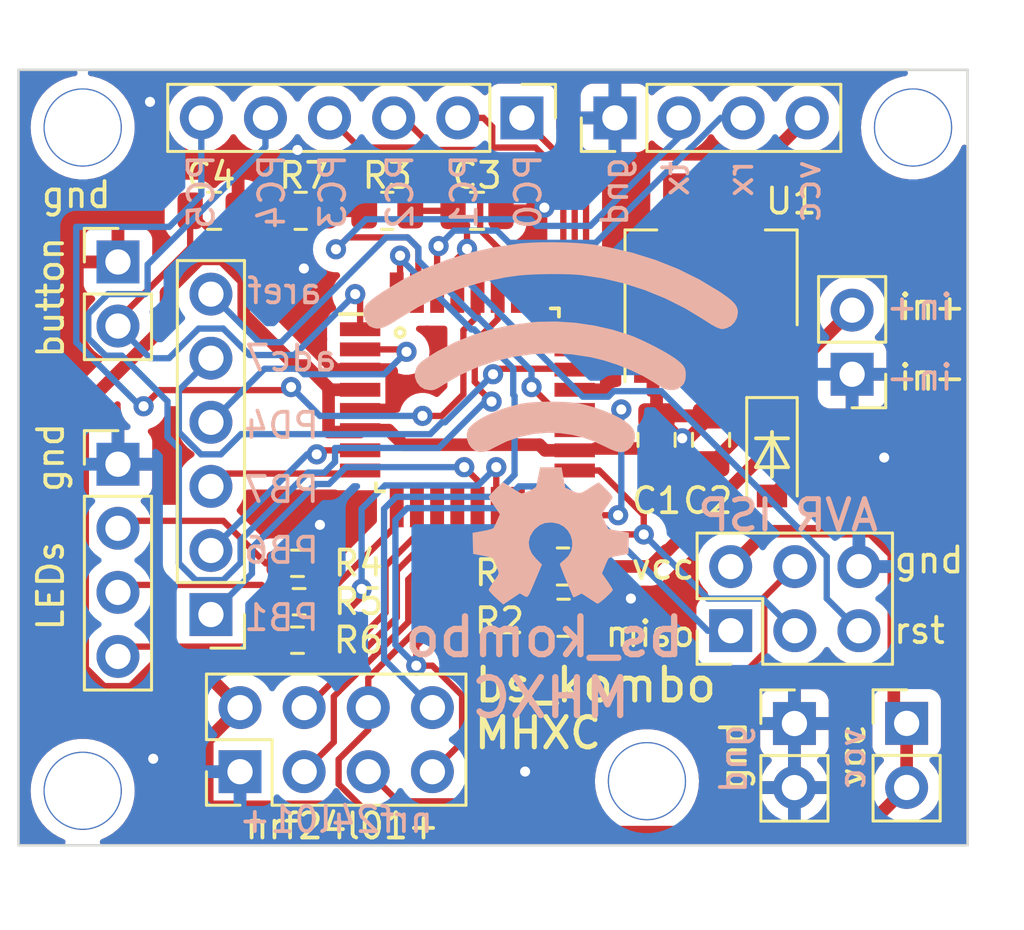
<source format=kicad_pcb>
(kicad_pcb (version 20221018) (generator pcbnew)
  (layers (0 "F.Cu" signal) (31 "B.Cu" signal) (34 "B.Paste" user) (35 "F.Paste" user) (36 "B.SilkS" user "B.Silkscreen") (37 "F.SilkS" user "F.Silkscreen") (38 "B.Mask" user) (39 "F.Mask" user) (44 "Edge.Cuts" user))
  (net 0 "")
  (net 1 "GND")
  (net 2 "Net-(J2-Pad1)")
  (net 3 "+3V3")
  (net 4 "Net-(C3-Pad1)")
  (net 5 "Net-(J2-Pad5)")
  (net 6 "Net-(D1-Pad1)")
  (net 7 "Net-(D1-Pad2)")
  (net 8 "Net-(J2-Pad2)")
  (net 9 "Net-(J2-Pad3)")
  (net 10 "Net-(J2-Pad6)")
  (net 11 "Net-(J3-Pad3)")
  (net 12 "Net-(J4-Pad2)")
  (net 13 "Net-(J4-Pad3)")
  (net 14 "Net-(J3-Pad1)")
  (net 15 "Net-(J3-Pad4)")
  (net 16 "Net-(J4-Pad1)")
  (net 17 "Net-(J4-Pad4)")
  (net 18 "Net-(J4-Pad5)")
  (net 19 "Net-(J4-Pad6)")
  (net 20 "Net-(J5-Pad2)")
  (net 21 "Net-(J5-Pad3)")
  (net 22 "Net-(J6-Pad2)")
  (net 23 "Net-(J2-Pad4)")
  (net 24 "Net-(J6-Pad3)")
  (net 25 "Net-(J6-Pad4)")
  (net 26 "Net-(C4-Pad1)")
  (net 27 "Net-(R1-Pad2)")
  (net 28 "Net-(R4-Pad2)")
  (net 29 "Net-(R5-Pad2)")
  (net 30 "Net-(R6-Pad2)")
  (net 31 "Net-(U2-Pad11)")
  (net 32 "Net-(U2-Pad12)")
  (net 33 "Net-(U2-Pad32)")
  (footprint "Capacitor_SMD:C_0805_2012Metric" (layer "F.Cu") (at 64.389 54.102)
    (fp_text reference "C4")
    (fp_text value "100n")
  )
  (footprint "Connector_PinHeader_2.54mm:PinHeader_1x02_P2.54mm_Vertical" (layer "F.Cu") (at 60.579 56.129)
    (fp_text reference "J7" hide)
    (fp_text value "Conn_01x02")
  )
  (footprint "Connector_PinHeader_2.54mm:PinHeader_1x02_P2.54mm_Vertical" (layer "F.Cu") (at 87.376 74.422)
    (fp_text reference "J8" hide)
    (fp_text value "Conn_01x02")
  )
  (footprint "Connector_PinHeader_2.54mm:PinHeader_2x04_P2.54mm_Vertical" (layer "F.Cu") (at 65.415 76.332 90)
    (fp_text reference "U3" hide)
    (fp_text value "NRF24L01_Breakout")
  )
  (footprint "Resistor_SMD:R_0805_2012Metric" (layer "F.Cu") (at 78.232 70.231)
    (fp_text reference "R2")
    (fp_text value "4,7k")
  )
  (footprint "Connector_PinHeader_2.54mm:PinHeader_1x02_P2.54mm_Vertical" (layer "F.Cu") (at 91.821 74.417)
    (fp_text reference "J9" hide)
    (fp_text value "Conn_01x02")
  )
  (footprint "Connector_PinHeader_2.54mm:PinHeader_1x06_P2.54mm_Vertical" (layer "F.Cu") (at 76.581 50.419 -90)
    (fp_text reference "J4" hide)
    (fp_text value "Conn_01x06")
  )
  (footprint "Diode_SMD:D_SOD-123" (layer "F.Cu") (at 86.487 63.754 -90)
    (fp_text reference "D1" hide)
    (fp_text value "1N4148W")
  )
  (footprint "Connector_PinHeader_2.54mm:PinHeader_1x06_P2.54mm_Vertical" (layer "F.Cu") (at 64.262 70.104 180)
    (fp_text reference "J2" hide)
    (fp_text value "Conn_01x06")
  )
  (footprint "Capacitor_SMD:C_0805_2012Metric" (layer "F.Cu") (at 81.915 63.18 90)
    (fp_text reference "C1")
    (fp_text value "100n")
  )
  (footprint "Capacitor_SMD:C_0805_2012Metric" (layer "F.Cu") (at 84.074 63.18 90)
    (fp_text reference "C2")
    (fp_text value "10u")
  )
  (footprint "Resistor_SMD:R_0603_1608Metric" (layer "F.Cu") (at 67.691 71.12)
    (fp_text reference "R6")
    (fp_text value "620")
  )
  (footprint "Connector_PinHeader_2.54mm:PinHeader_2x03_P2.54mm_Vertical" (layer "F.Cu") (at 84.851 70.744 90)
    (fp_text reference "J3" hide)
    (fp_text value "AVR-ISP-6")
  )
  (footprint "Capacitor_SMD:C_0805_2012Metric" (layer "F.Cu") (at 74.803 54.102)
    (fp_text reference "C3")
    (fp_text value "100n")
  )
  (footprint "Connector_PinHeader_2.54mm:PinHeader_1x04_P2.54mm_Vertical" (layer "F.Cu") (at 80.264 50.419 90)
    (fp_text reference "J5" hide)
    (fp_text value "Conn_01x04")
  )
  (footprint "Package_QFP:TQFP-32_7x7mm_P0.8mm" (layer "F.Cu") (at 74.422 61.595)
    (fp_text reference "U2" hide)
    (fp_text value "ATmega8A-A")
  )
  (footprint "Connector_PinHeader_2.54mm:PinHeader_1x04_P2.54mm_Vertical" (layer "F.Cu") (at 60.579 64.145)
    (fp_text reference "J6" hide)
    (fp_text value "Conn_01x04")
  )
  (footprint "Resistor_SMD:R_0603_1608Metric" (layer "F.Cu") (at 67.691 68.072)
    (fp_text reference "R4")
    (fp_text value "620")
  )
  (footprint "Resistor_SMD:R_0805_2012Metric" (layer "F.Cu") (at 78.2085 68.199 180)
    (fp_text reference "R1")
    (fp_text value "4,7k")
  )
  (footprint "Resistor_SMD:R_0603_1608Metric" (layer "F.Cu") (at 67.755 69.596)
    (fp_text reference "R5")
    (fp_text value "620")
  )
  (footprint "Resistor_SMD:R_0805_2012Metric" (layer "F.Cu") (at 67.818 54.102 180)
    (fp_text reference "R7")
    (fp_text value "10k")
  )
  (footprint "Resistor_SMD:R_0805_2012Metric" (layer "F.Cu") (at 71.247 54.102)
    (fp_text reference "R3")
    (fp_text value "10k")
  )
  (footprint "Connector_PinHeader_2.54mm:PinHeader_1x02_P2.54mm_Vertical" (layer "F.Cu") (at 89.662 60.579 180)
    (fp_text reference "J1" hide)
    (fp_text value "Conn_01x02")
  )
  (footprint "Package_TO_SOT_SMD:SOT-223-3_TabPin2" (layer "F.Cu") (at 84.074 56.769 90)
    (fp_text reference "U1")
    (fp_text value "AMS1117-3.3")
  )
  (footprint "LOGO" (layer "B.Cu") (at 77.724 62.484 180)
    (fp_text reference "G***" hide)
    (fp_text value "LOGO" hide)
  )
  (gr_line (start 87.122 64.262) (end 86.487 63.119) (stroke (width 0.15)) (layer "F.SilkS"))
  (gr_line (start 85.852 64.262) (end 86.487 63.119) (stroke (width 0.15)) (layer "F.SilkS"))
  (gr_line (start 85.852 63.119) (end 87.122 63.119) (stroke (width 0.15)) (layer "F.SilkS"))
  (gr_line (start 85.852 64.262) (end 87.122 64.262) (stroke (width 0.15)) (layer "F.SilkS"))
  (gr_line (start 86.487 62.865) (end 86.487 64.643) (stroke (width 0.15)) (layer "F.SilkS"))
  (gr_circle (center 71.755 58.928) (end 71.882 59.055) (stroke (width 0.15)) (fill none) (layer "F.SilkS"))
  (gr_line (start 94.234 79.248) (end 56.642 79.248) (stroke (width 0.1)) (layer "Edge.Cuts"))
  (gr_line (start 56.642 79.248) (end 56.642 48.514) (stroke (width 0.1)) (layer "Edge.Cuts"))
  (gr_line (start 56.642 48.514) (end 94.234 48.514) (stroke (width 0.1)) (layer "Edge.Cuts"))
  (gr_line (start 94.234 48.514) (end 94.234 79.248) (stroke (width 0.1)) (layer "Edge.Cuts"))
  (gr_text "PB7" (at 67.056 65.151) (layer "B.SilkS") (effects (font (size 1 1)) (justify mirror)))
  (gr_text "adc7" (at 67.437 59.944) (layer "B.SilkS") (effects (font (size 1 1)) (justify mirror)))
  (gr_text "AVR ISP" (at 87.122 66.167) (layer "B.SilkS") (effects (font (size 1.2 1.2) (thickness 0.2)) (justify mirror)))
  (gr_text "PC2" (at 71.755 53.34 90) (layer "B.SilkS") (effects (font (size 1 1)) (justify mirror)))
  (gr_text "MHXC" (at 77.724 73.406) (layer "B.SilkS") (effects (font (size 1.5 1.5) (thickness 0.25)) (justify mirror)))
  (gr_text "nrf24l01+" (at 69.215 78.232) (layer "B.SilkS") (effects (font (size 1 1)) (justify mirror)))
  (gr_text "in-" (at 92.329 60.706) (layer "B.SilkS") (effects (font (size 1 1)) (justify mirror)))
  (gr_text "aref" (at 67.183 57.277) (layer "B.SilkS") (effects (font (size 1 1)) (justify mirror)))
  (gr_text "vcc" (at 89.662 75.819 90) (layer "B.SilkS") (effects (font (size 1 1)) (justify mirror)))
  (gr_text "rx" (at 85.217 52.832 90) (layer "B.SilkS") (effects (font (size 1 1)) (justify mirror)))
  (gr_text "bs_kombo" (at 77.47 70.993) (layer "B.SilkS") (effects (font (size 1.5 1.5) (thickness 0.25)) (justify mirror)))
  (gr_text "PB1" (at 67.056 70.231) (layer "B.SilkS") (effects (font (size 1 1)) (justify mirror)))
  (gr_text "PC4" (at 66.675 53.34 90) (layer "B.SilkS") (effects (font (size 1 1)) (justify mirror)))
  (gr_text "PC3" (at 69.088 53.34 90) (layer "B.SilkS") (effects (font (size 1 1)) (justify mirror)))
  (gr_text "PD4" (at 67.056 62.611) (layer "B.SilkS") (effects (font (size 1 1)) (justify mirror)))
  (gr_text "PC5" (at 63.881 53.34 90) (layer "B.SilkS") (effects (font (size 1 1)) (justify mirror)))
  (gr_text "PC0" (at 76.835 53.34 90) (layer "B.SilkS") (effects (font (size 1 1)) (justify mirror)))
  (gr_text "in+" (at 92.329 57.912) (layer "B.SilkS") (effects (font (size 1 1)) (justify mirror)))
  (gr_text "PB6" (at 67.056 67.564) (layer "B.SilkS") (effects (font (size 1 1)) (justify mirror)))
  (gr_text "gnd" (at 80.264 53.34 90) (layer "B.SilkS") (effects (font (size 1 1)) (justify mirror)))
  (gr_text "gnd" (at 84.963 75.819 90) (layer "B.SilkS") (effects (font (size 1 1)) (justify mirror)))
  (gr_text "tx" (at 82.677 52.832 90) (layer "B.SilkS") (effects (font (size 1 1)) (justify mirror)))
  (gr_text "vcc" (at 87.884 53.34 90) (layer "B.SilkS") (effects (font (size 1 1)) (justify mirror)))
  (gr_text "PC1" (at 74.295 53.34 90) (layer "B.SilkS") (effects (font (size 1 1)) (justify mirror)))
  (gr_text "in-" (at 92.837 60.706) (layer "F.SilkS") (effects (font (size 1 1))))
  (gr_text "rst" (at 92.329 70.739) (layer "F.SilkS") (effects (font (size 1 1))))
  (gr_text "MHXC" (at 77.216 74.803) (layer "F.SilkS") (effects (font (size 1.2 1.2) (thickness 0.2))))
  (gr_text "gnd" (at 57.912 63.881 90) (layer "F.SilkS") (effects (font (size 1 1))))
  (gr_text "miso" (at 81.661 70.866) (layer "F.SilkS") (effects (font (size 1 1))))
  (gr_text "gnd" (at 58.928 53.467) (layer "F.SilkS") (effects (font (size 1 1))))
  (gr_text "vcc" (at 82.169 68.199) (layer "F.SilkS") (effects (font (size 1 1))))
  (gr_text "in+" (at 92.837 57.912) (layer "F.SilkS") (effects (font (size 1 1))))
  (gr_text "button" (at 57.912 57.531 90) (layer "F.SilkS") (effects (font (size 1 1))))
  (gr_text "bs_kombo" (at 79.502 72.898) (layer "F.SilkS") (effects (font (size 1.3 1.3) (thickness 0.2))))
  (gr_text "vcc" (at 89.662 75.692 90) (layer "F.SilkS") (effects (font (size 1 1))))
  (gr_text "nrf24l01+" (at 69.469 78.486) (layer "F.SilkS") (effects (font (size 1 1))))
  (gr_text "LEDs" (at 57.912 68.961 90) (layer "F.SilkS") (effects (font (size 1 1))))
  (gr_text "gnd" (at 84.963 75.692 90) (layer "F.SilkS") (effects (font (size 1 1))))
  (gr_text "gnd" (at 92.71 67.945) (layer "F.SilkS") (effects (font (size 1 1))))
  (via (at 59.182 50.8) (size 3.1) (drill 3) (layers "F.Cu" "B.Cu") (net 0))
  (via (at 59.182 77.089) (size 3.1) (drill 3) (layers "F.Cu" "B.Cu") (net 0))
  (via (at 81.534 76.708) (size 3.1) (drill 3) (layers "F.Cu" "B.Cu") (net 0))
  (via (at 92.075 50.8) (size 3.1) (drill 3) (layers "F.Cu" "B.Cu") (net 0))
  (segment (start 79.847 61.195) (end 79.922 61.12) (width 0.5) (layer "F.Cu") (net 1))
  (segment (start 79.922 60.667) (end 80.67 59.919) (width 0.5) (layer "F.Cu") (net 1))
  (segment (start 69.18695 60.395) (end 67.945 59.15305) (width 0.5) (layer "F.Cu") (net 1))
  (segment (start 70.172 60.395) (end 69.18695 60.395) (width 0.5) (layer "F.Cu") (net 1))
  (segment (start 82.931 63.119) (end 82.804 63.119) (width 0.5) (layer "F.Cu") (net 1))
  (segment (start 71.422 60.47) (end 71.347 60.395) (width 0.5) (layer "F.Cu") (net 1))
  (segment (start 82.804 63.119) (end 81.915 62.23) (width 0.5) (layer "F.Cu") (net 1))
  (segment (start 80.67 59.919) (end 81.774 59.919) (width 0.5) (layer "F.Cu") (net 1))
  (segment (start 77.343 54.102) (end 77.47 53.975) (width 0.5) (layer "F.Cu") (net 1))
  (segment (start 82.931 63.119) (end 83.185 63.119) (width 0.5) (layer "F.Cu") (net 1))
  (segment (start 71.347 60.395) (end 70.172 60.395) (width 0.5) (layer "F.Cu") (net 1))
  (segment (start 75.753 54.102) (end 77.343 54.102) (width 0.5) (layer "F.Cu") (net 1))
  (segment (start 79.922 61.12) (end 79.922 60.667) (width 0.5) (layer "F.Cu") (net 1))
  (segment (start 70.172 61.995) (end 71.347 61.995) (width 0.5) (layer "F.Cu") (net 1))
  (segment (start 67.945 59.15305) (end 67.945 56.388) (width 0.5) (layer "F.Cu") (net 1))
  (segment (start 78.672 61.195) (end 79.847 61.195) (width 0.5) (layer "F.Cu") (net 1))
  (segment (start 83.185 63.119) (end 84.074 62.23) (width 0.5) (layer "F.Cu") (net 1))
  (segment (start 71.347 61.995) (end 71.422 61.92) (width 0.5) (layer "F.Cu") (net 1))
  (segment (start 81.915 62.23) (end 84.074 62.23) (width 0.5) (layer "F.Cu") (net 1))
  (segment (start 71.422 61.92) (end 71.422 60.47) (width 0.5) (layer "F.Cu") (net 1))
  (via (at 77.47 53.975) (size 0.8) (drill 0.4) (layers "F.Cu" "B.Cu") (net 1))
  (via (at 61.849 49.784) (size 0.8) (drill 0.4) (layers "F.Cu" "B.Cu") (net 1))
  (via (at 68.58 66.548) (size 0.8) (drill 0.4) (layers "F.Cu" "B.Cu") (net 1))
  (via (at 80.899 69.469) (size 0.8) (drill 0.4) (layers "F.Cu" "B.Cu") (net 1))
  (via (at 61.976 75.819) (size 0.8) (drill 0.4) (layers "F.Cu" "B.Cu") (net 1))
  (via (at 76.708 76.327) (size 0.8) (drill 0.4) (layers "F.Cu" "B.Cu") (net 1))
  (via (at 82.931 63.119) (size 0.8) (drill 0.4) (layers "F.Cu" "B.Cu") (net 1))
  (via (at 90.932 63.881) (size 0.8) (drill 0.4) (layers "F.Cu" "B.Cu") (net 1))
  (via (at 67.691 51.689) (size 0.8) (drill 0.4) (layers "F.Cu" "B.Cu") (net 1))
  (via (at 67.945 56.388) (size 0.8) (drill 0.4) (layers "F.Cu" "B.Cu") (net 1))
  (segment (start 74.822 64.789) (end 74.295 64.262) (width 0.25) (layer "F.Cu") (net 2))
  (segment (start 74.822 65.845) (end 74.822 64.789) (width 0.25) (layer "F.Cu") (net 2))
  (via (at 74.295 64.262) (size 0.8) (drill 0.4) (layers "F.Cu" "B.Cu") (net 2))
  (segment (start 68.421 64.929) (end 65.887 67.463) (width 0.25) (layer "B.Cu") (net 2))
  (segment (start 68.939701 64.929) (end 68.421 64.929) (width 0.25) (layer "B.Cu") (net 2))
  (segment (start 65.887 67.463) (end 65.887 68.479) (width 0.25) (layer "B.Cu") (net 2))
  (segment (start 69.606701 64.262) (end 68.939701 64.929) (width 0.25) (layer "B.Cu") (net 2))
  (segment (start 65.887 68.479) (end 64.262 70.104) (width 0.25) (layer "B.Cu") (net 2))
  (segment (start 74.295 64.262) (end 69.606701 64.262) (width 0.25) (layer "B.Cu") (net 2))
  (segment (start 84.851 68.204) (end 86.253 66.802) (width 0.5) (layer "F.Cu") (net 3))
  (segment (start 84.074 64.13) (end 85.249 62.955) (width 0.5) (layer "F.Cu") (net 3))
  (segment (start 71.882 63.373) (end 71.304 62.795) (width 0.5) (layer "F.Cu") (net 3))
  (segment (start 84.074 53.619) (end 84.074 59.919) (width 0.5) (layer "F.Cu") (net 3))
  (segment (start 64.115 77.597) (end 64.242 77.724) (width 0.5) (layer "F.Cu") (net 3))
  (segment (start 62.484 58.602478) (end 62.484 57.343522) (width 0.5) (layer "F.Cu") (net 3))
  (segment (start 65.562 56.865522) (end 65.562 58.196) (width 0.5) (layer "F.Cu") (net 3))
  (segment (start 86.253 66.802) (end 90.424 66.802) (width 0.5) (layer "F.Cu") (net 3))
  (segment (start 90.424 66.802) (end 91.313 67.691) (width 0.5) (layer "F.Cu") (net 3))
  (segment (start 64.703478 56.007) (end 65.562 56.865522) (width 0.5) (layer "F.Cu") (net 3))
  (segment (start 66.8255 56.007) (end 64.643 56.007) (width 0.5) (layer "F.Cu") (net 3))
  (segment (start 70.416126 78.728) (end 90.05 78.728) (width 0.5) (layer "F.Cu") (net 3))
  (segment (start 69.412126 77.724) (end 70.416126 78.728) (width 0.5) (layer "F.Cu") (net 3))
  (segment (start 81.305 63.52) (end 79.502 63.52) (width 0.5) (layer "F.Cu") (net 3))
  (segment (start 77.497 63.595) (end 77.275 63.373) (width 0.5) (layer "F.Cu") (net 3))
  (segment (start 65.562 58.196) (end 67.603 60.237) (width 0.5) (layer "F.Cu") (net 3))
  (segment (start 68.997 61.195) (end 68.922 61.27) (width 0.5) (layer "F.Cu") (net 3))
  (segment (start 91.313 67.691) (end 91.313 73.909) (width 0.5) (layer "F.Cu") (net 3))
  (segment (start 61.117478 73.065) (end 59.979 73.065) (width 0.5) (layer "F.Cu") (net 3))
  (segment (start 90.05 78.728) (end 91.821 76.957) (width 0.5) (layer "F.Cu") (net 3))
  (segment (start 63.572 71.949) (end 62.233478 71.949) (width 0.5) (layer "F.Cu") (net 3))
  (segment (start 91.821 76.957) (end 91.821 74.417) (width 0.5) (layer "F.Cu") (net 3))
  (segment (start 64.115 75.092) (end 64.115 77.597) (width 0.5) (layer "F.Cu") (net 3))
  (segment (start 59.182 72.268) (end 59.182 61.904478) (width 0.5) (layer "F.Cu") (net 3))
  (segment (start 87.884 50.419) (end 84.684 53.619) (width 0.5) (layer "F.Cu") (net 3))
  (segment (start 62.484 57.343522) (end 63.820522 56.007) (width 0.5) (layer "F.Cu") (net 3))
  (segment (start 68.039 60.237) (end 68.997 61.195) (width 0.5) (layer "F.Cu") (net 3))
  (segment (start 68.922 62.87) (end 70.172 62.87) (width 0.5) (layer "F.Cu") (net 3))
  (segment (start 78.672 63.595) (end 77.497 63.595) (width 0.5) (layer "F.Cu") (net 3))
  (segment (start 85.249 62.955) (end 85.249 61.690051) (width 0.5) (layer "F.Cu") (net 3))
  (segment (start 59.979 73.065) (end 59.182 72.268) (width 0.5) (layer "F.Cu") (net 3))
  (segment (start 84.684 53.619) (end 84.074 53.619) (width 0.5) (layer "F.Cu") (net 3))
  (segment (start 63.820522 56.007) (end 64.643 56.007) (width 0.5) (layer "F.Cu") (net 3))
  (segment (start 81.915 64.13) (end 81.305 63.52) (width 0.5) (layer "F.Cu") (net 3))
  (segment (start 91.313 73.909) (end 91.821 74.417) (width 0.5) (layer "F.Cu") (net 3))
  (segment (start 68.7305 54.102) (end 70.3345 54.102) (width 0.5) (layer "F.Cu") (net 3))
  (segment (start 71.304 62.795) (end 70.172 62.795) (width 0.5) (layer "F.Cu") (net 3))
  (segment (start 84.074 60.515051) (end 84.074 59.919) (width 0.5) (layer "F.Cu") (net 3))
  (segment (start 70.172 61.195) (end 68.997 61.195) (width 0.5) (layer "F.Cu") (net 3))
  (segment (start 67.603 60.237) (end 68.039 60.237) (width 0.5) (layer "F.Cu") (net 3))
  (segment (start 62.233478 71.949) (end 61.117478 73.065) (width 0.5) (layer "F.Cu") (net 3))
  (segment (start 64.643 56.007) (end 64.703478 56.007) (width 0.5) (layer "F.Cu") (net 3))
  (segment (start 65.415 73.792) (end 64.115 75.092) (width 0.5) (layer "F.Cu") (net 3))
  (segment (start 68.922 61.27) (end 68.922 62.87) (width 0.5) (layer "F.Cu") (net 3))
  (segment (start 84.074 64.13) (end 81.915 64.13) (width 0.5) (layer "F.Cu") (net 3))
  (segment (start 65.415 73.792) (end 63.572 71.949) (width 0.5) (layer "F.Cu") (net 3))
  (segment (start 77.275 63.373) (end 71.882 63.373) (width 0.5) (layer "F.Cu") (net 3))
  (segment (start 85.249 61.690051) (end 84.074 60.515051) (width 0.5) (layer "F.Cu") (net 3))
  (segment (start 59.182 61.904478) (end 62.484 58.602478) (width 0.5) (layer "F.Cu") (net 3))
  (segment (start 68.7305 54.102) (end 66.8255 56.007) (width 0.5) (layer "F.Cu") (net 3))
  (segment (start 64.242 77.724) (end 69.412126 77.724) (width 0.5) (layer "F.Cu") (net 3))
  (segment (start 72.1595 54.102) (end 73.853 54.102) (width 0.25) (layer "F.Cu") (net 4))
  (segment (start 74.405364 55.610379) (end 74.022 55.993743) (width 0.25) (layer "F.Cu") (net 4))
  (segment (start 74.022 55.993743) (end 74.022 57.345) (width 0.25) (layer "F.Cu") (net 4))
  (segment (start 74.405364 55.610379) (end 74.405364 54.654364) (width 0.25) (layer "F.Cu") (net 4))
  (segment (start 74.405364 54.654364) (end 73.853 54.102) (width 0.25) (layer "F.Cu") (net 4))
  (via (at 74.405364 55.610379) (size 0.8) (drill 0.4) (layers "F.Cu" "B.Cu") (net 4))
  (segment (start 88.656 67.807299) (end 88.656 69.469) (width 0.25) (layer "B.Cu") (net 4))
  (segment (start 74.405364 55.610379) (end 74.405364 56.879364) (width 0.25) (layer "B.Cu") (net 4))
  (segment (start 88.656 69.469) (end 89.931 70.744) (width 0.25) (layer "B.Cu") (net 4))
  (segment (start 80.217695 61.251) (end 82.099701 61.251) (width 0.25) (layer "B.Cu") (net 4))
  (segment (start 82.099701 61.251) (end 88.656 67.807299) (width 0.25) (layer "B.Cu") (net 4))
  (segment (start 74.405364 56.879364) (end 78.994 61.468) (width 0.25) (layer "B.Cu") (net 4))
  (segment (start 80.000695 61.468) (end 80.217695 61.251) (width 0.25) (layer "B.Cu") (net 4))
  (segment (start 78.994 61.468) (end 80.000695 61.468) (width 0.25) (layer "B.Cu") (net 4))
  (segment (start 75.438 60.579) (end 75.401 60.362) (width 0.25) (layer "F.Cu") (net 5))
  (segment (start 75.401 60.362) (end 78.639 60.362) (width 0.25) (layer "F.Cu") (net 5))
  (segment (start 78.639 60.362) (end 78.672 60.395) (width 0.25) (layer "F.Cu") (net 5))
  (via (at 75.438 60.579) (size 0.8) (drill 0.4) (layers "F.Cu" "B.Cu") (net 5))
  (segment (start 75.438 60.579) (end 73.533 62.484) (width 0.25) (layer "B.Cu") (net 5))
  (segment (start 64.653701 63.754) (end 63.870299 63.754) (width 0.25) (layer "B.Cu") (net 5))
  (segment (start 63.870299 63.754) (end 62.992 62.875701) (width 0.25) (layer "B.Cu") (net 5))
  (segment (start 73.533 62.484) (end 73.415305 62.484) (width 0.25) (layer "B.Cu") (net 5))
  (segment (start 62.992 62.875701) (end 62.992 61.214) (width 0.25) (layer "B.Cu") (net 5))
  (segment (start 62.992 61.214) (end 64.262 59.944) (width 0.25) (layer "B.Cu") (net 5))
  (segment (start 65.452701 62.955) (end 64.653701 63.754) (width 0.25) (layer "B.Cu") (net 5))
  (segment (start 72.944305 62.955) (end 65.452701 62.955) (width 0.25) (layer "B.Cu") (net 5))
  (segment (start 73.415305 62.484) (end 72.944305 62.955) (width 0.25) (layer "B.Cu") (net 5))
  (segment (start 82.354949 67.564) (end 82.296 67.564) (width 0.5) (layer "F.Cu") (net 6))
  (segment (start 86.487 62.104) (end 86.487 60.032) (width 0.5) (layer "F.Cu") (net 6))
  (segment (start 86.487 60.032) (end 86.374 59.919) (width 0.5) (layer "F.Cu") (net 6))
  (segment (start 86.487 63.431949) (end 82.354949 67.564) (width 0.5) (layer "F.Cu") (net 6))
  (segment (start 86.487 62.104) (end 86.487 63.431949) (width 0.5) (layer "F.Cu") (net 6))
  (segment (start 81.661 68.199) (end 79.121 68.199) (width 0.5) (layer "F.Cu") (net 6))
  (segment (start 82.296 67.564) (end 81.661 68.199) (width 0.5) (layer "F.Cu") (net 6))
  (segment (start 87.574 60.127) (end 87.574 64.317) (width 0.5) (layer "F.Cu") (net 7))
  (segment (start 89.662 58.039) (end 87.574 60.127) (width 0.5) (layer "F.Cu") (net 7))
  (segment (start 87.574 64.317) (end 86.487 65.404) (width 0.5) (layer "F.Cu") (net 7))
  (segment (start 70.172 63.595) (end 68.612 63.595) (width 0.25) (layer "F.Cu") (net 8))
  (segment (start 68.612 63.595) (end 68.453 63.754) (width 0.25) (layer "F.Cu") (net 8))
  (via (at 68.453 63.754) (size 0.8) (drill 0.4) (layers "F.Cu" "B.Cu") (net 8))
  (segment (start 68.453 63.754) (end 68.072 63.754) (width 0.25) (layer "B.Cu") (net 8))
  (segment (start 68.072 63.754) (end 64.262 67.564) (width 0.25) (layer "B.Cu") (net 8))
  (segment (start 70.051 64.516) (end 64.77 64.516) (width 0.25) (layer "F.Cu") (net 9))
  (segment (start 64.77 64.516) (end 64.262 65.024) (width 0.25) (layer "F.Cu") (net 9))
  (segment (start 70.172 64.395) (end 70.051 64.516) (width 0.25) (layer "F.Cu") (net 9))
  (segment (start 77.87 61.995) (end 76.962 61.087) (width 0.25) (layer "F.Cu") (net 10))
  (segment (start 78.672 61.995) (end 77.87 61.995) (width 0.25) (layer "F.Cu") (net 10))
  (via (at 76.962 61.087) (size 0.8) (drill 0.4) (layers "F.Cu" "B.Cu") (net 10))
  (segment (start 76.962 60.441299) (end 74.871701 58.351) (width 0.25) (layer "B.Cu") (net 10))
  (segment (start 71.200695 55.155) (end 67.046695 59.309) (width 0.25) (layer "B.Cu") (net 10))
  (segment (start 72.48 56.071695) (end 72.48 55.579695) (width 0.25) (layer "B.Cu") (net 10))
  (segment (start 74.759305 58.351) (end 72.48 56.071695) (width 0.25) (layer "B.Cu") (net 10))
  (segment (start 76.962 61.087) (end 76.962 60.441299) (width 0.25) (layer "B.Cu") (net 10))
  (segment (start 74.871701 58.351) (end 74.759305 58.351) (width 0.25) (layer "B.Cu") (net 10))
  (segment (start 66.167 59.309) (end 64.262 57.404) (width 0.25) (layer "B.Cu") (net 10))
  (segment (start 67.046695 59.309) (end 66.167 59.309) (width 0.25) (layer "B.Cu") (net 10))
  (segment (start 72.48 55.579695) (end 72.055305 55.155) (width 0.25) (layer "B.Cu") (net 10))
  (segment (start 72.055305 55.155) (end 71.200695 55.155) (width 0.25) (layer "B.Cu") (net 10))
  (segment (start 77.820173 71.256) (end 76.818827 71.256) (width 0.25) (layer "F.Cu") (net 11))
  (segment (start 74.041 77.507) (end 71.67 77.507) (width 0.25) (layer "F.Cu") (net 11))
  (segment (start 71.67 77.507) (end 70.495 76.332) (width 0.25) (layer "F.Cu") (net 11))
  (segment (start 75.998001 67.87) (end 75.501499 67.87) (width 0.25) (layer "F.Cu") (net 11))
  (segment (start 73.428 69.943499) (end 73.428 71.886903) (width 0.25) (layer "F.Cu") (net 11))
  (segment (start 75.501499 67.87) (end 73.428 69.943499) (width 0.25) (layer "F.Cu") (net 11))
  (segment (start 74.66 73.118903) (end 74.66 76.888) (width 0.25) (layer "F.Cu") (net 11))
  (segment (start 76.4585 70.895673) (end 76.4585 68.330499) (width 0.25) (layer "F.Cu") (net 11))
  (segment (start 74.66 76.888) (end 74.041 77.507) (width 0.25) (layer "F.Cu") (net 11))
  (segment (start 79.644305 64.395) (end 78.672 64.395) (width 0.25) (layer "F.Cu") (net 11))
  (segment (start 76.4585 68.330499) (end 75.998001 67.87) (width 0.25) (layer "F.Cu") (net 11))
  (segment (start 81.407 66.929) (end 78.865327 66.929) (width 0.25) (layer "F.Cu") (net 11))
  (segment (start 76.818827 71.256) (end 76.4585 70.895673) (width 0.25) (layer "F.Cu") (net 11))
  (segment (start 78.157 67.684327) (end 78.157 70.919173) (width 0.25) (layer "F.Cu") (net 11))
  (segment (start 78.1335 67.660827) (end 78.157 67.684327) (width 0.25) (layer "F.Cu") (net 11))
  (segment (start 73.428 71.886903) (end 74.66 73.118903) (width 0.25) (layer "F.Cu") (net 11))
  (segment (start 78.865327 66.929) (end 78.1335 67.660827) (width 0.25) (layer "F.Cu") (net 11))
  (segment (start 81.407 66.929) (end 81.407 66.157695) (width 0.25) (layer "F.Cu") (net 11))
  (segment (start 78.157 70.919173) (end 77.820173 71.256) (width 0.25) (layer "F.Cu") (net 11))
  (segment (start 81.407 66.157695) (end 79.644305 64.395) (width 0.25) (layer "F.Cu") (net 11))
  (via (at 81.407 66.929) (size 0.8) (drill 0.4) (layers "F.Cu" "B.Cu") (net 11))
  (segment (start 81.407 66.929) (end 83.947722 69.469722) (width 0.25) (layer "B.Cu") (net 11))
  (segment (start 83.947722 69.469722) (end 86.116722 69.469722) (width 0.25) (layer "B.Cu") (net 11))
  (segment (start 86.116722 69.469722) (end 87.391 70.744) (width 0.25) (layer "B.Cu") (net 11))
  (segment (start 75.406 50.768) (end 75.057 50.419) (width 0.25) (layer "F.Cu") (net 12))
  (segment (start 78.672 58.795) (end 78.672 53.146396) (width 0.25) (layer "F.Cu") (net 12))
  (segment (start 78.672 53.146396) (end 77.119604 51.594) (width 0.25) (layer "F.Cu") (net 12))
  (segment (start 77.119604 51.594) (end 75.406 51.594) (width 0.25) (layer "F.Cu") (net 12))
  (segment (start 75.057 50.419) (end 74.041 50.419) (width 0.25) (layer "F.Cu") (net 12))
  (segment (start 75.406 51.594) (end 75.406 50.768) (width 0.25) (layer "F.Cu") (net 12))
  (segment (start 73.152 51.689) (end 74.864604 51.689) (width 0.25) (layer "F.Cu") (net 13))
  (segment (start 75.219604 52.044) (end 76.933208 52.044) (width 0.25) (layer "F.Cu") (net 13))
  (segment (start 78.222 55.636) (end 77.222 56.636) (width 0.25) (layer "F.Cu") (net 13))
  (segment (start 78.222 53.332792) (end 78.222 55.636) (width 0.25) (layer "F.Cu") (net 13))
  (segment (start 71.501 50.419) (end 71.882 50.419) (width 0.25) (layer "F.Cu") (net 13))
  (segment (start 71.882 50.419) (end 73.152 51.689) (width 0.25) (layer "F.Cu") (net 13))
  (segment (start 77.222 56.636) (end 77.222 57.345) (width 0.25) (layer "F.Cu") (net 13))
  (segment (start 76.933208 52.044) (end 78.222 53.332792) (width 0.25) (layer "F.Cu") (net 13))
  (segment (start 74.864604 51.689) (end 75.219604 52.044) (width 0.25) (layer "F.Cu") (net 13))
  (segment (start 72.978 70.774599) (end 72.978 69.516) (width 0.25) (layer "F.Cu") (net 14))
  (segment (start 76.408396 67.42) (end 77.222 66.606396) (width 0.25) (layer "F.Cu") (net 14))
  (segment (start 72.396799 71.3558) (end 72.978 70.774599) (width 0.25) (layer "F.Cu") (net 14))
  (segment (start 72.396799 72.129201) (end 73.033902 72.129201) (width 0.25) (layer "F.Cu") (net 14))
  (segment (start 73.033902 72.129201) (end 74.21 73.305299) (width 0.25) (layer "F.Cu") (net 14))
  (segment (start 74.21 73.305299) (end 74.21 75.157) (width 0.25) (layer "F.Cu") (net 14))
  (segment (start 75.074 67.42) (end 76.408396 67.42) (width 0.25) (layer "F.Cu") (net 14))
  (segment (start 72.396799 72.129201) (end 72.396799 71.3558) (width 0.25) (layer "F.Cu") (net 14))
  (segment (start 72.978 69.516) (end 75.074 67.42) (width 0.25) (layer "F.Cu") (net 14))
  (segment (start 74.21 75.157) (end 73.035 76.332) (width 0.25) (layer "F.Cu") (net 14))
  (via (at 72.396799 72.129201) (size 0.8) (drill 0.4) (layers "F.Cu" "B.Cu") (net 14))
  (segment (start 72.396799 72.129201) (end 71.57 71.302402) (width 0.25) (layer "B.Cu") (net 14))
  (segment (start 71.57 66.352) (end 72.035 65.887) (width 0.25) (layer "B.Cu") (net 14))
  (segment (start 76.464701 65.024) (end 78.222695 65.024) (width 0.25) (layer "B.Cu") (net 14))
  (segment (start 83.942695 70.744) (end 84.851 70.744) (width 0.25) (layer "B.Cu") (net 14))
  (segment (start 72.035 65.887) (end 75.601701 65.887) (width 0.25) (layer "B.Cu") (net 14))
  (segment (start 78.222695 65.024) (end 83.942695 70.744) (width 0.25) (layer "B.Cu") (net 14))
  (segment (start 75.601701 65.887) (end 76.464701 65.024) (width 0.25) (layer "B.Cu") (net 14))
  (segment (start 71.57 71.302402) (end 71.57 66.352) (width 0.25) (layer "B.Cu") (net 14))
  (segment (start 76.422 66.77) (end 76.422 65.845) (width 0.25) (layer "F.Cu") (net 15))
  (segment (start 75.2602 77.1398) (end 74.247 78.153) (width 0.25) (layer "F.Cu") (net 15))
  (segment (start 76.8858 72.7964) (end 75.2602 74.422) (width 0.25) (layer "F.Cu") (net 15))
  (segment (start 75.2602 74.422) (end 75.2602 77.1398) (width 0.25) (layer "F.Cu") (net 15))
  (segment (start 86.1822 69.4128) (end 86.1822 71.628) (width 0.25) (layer "F.Cu") (net 15))
  (segment (start 74.635 66.97) (end 76.222 66.97) (width 0.25) (layer "F.Cu") (net 15))
  (segment (start 69.32 76.818701) (end 69.32 75.845299) (width 0.25) (layer "F.Cu") (net 15))
  (segment (start 70.495 74.670299) (end 70.495 73.792) (width 0.25) (layer "F.Cu") (net 15))
  (segment (start 76.222 66.97) (end 76.422 66.77) (width 0.25) (layer "F.Cu") (net 15))
  (segment (start 70.495 72.621203) (end 72.528 70.588203) (width 0.25) (layer "F.Cu") (net 15))
  (segment (start 87.391 68.204) (end 86.1822 69.4128) (width 0.25) (layer "F.Cu") (net 15))
  (segment (start 85.0138 72.7964) (end 76.8858 72.7964) (width 0.25) (layer "F.Cu") (net 15))
  (segment (start 70.495 73.792) (end 70.495 72.621203) (width 0.25) (layer "F.Cu") (net 15))
  (segment (start 86.1822 71.628) (end 85.0138 72.7964) (width 0.25) (layer "F.Cu") (net 15))
  (segment (start 74.247 78.153) (end 70.654299 78.153) (width 0.25) (layer "F.Cu") (net 15))
  (segment (start 70.654299 78.153) (end 69.32 76.818701) (width 0.25) (layer "F.Cu") (net 15))
  (segment (start 69.32 75.845299) (end 70.495 74.670299) (width 0.25) (layer "F.Cu") (net 15))
  (segment (start 72.528 70.588203) (end 72.528 69.077) (width 0.25) (layer "F.Cu") (net 15))
  (segment (start 72.528 69.077) (end 74.635 66.97) (width 0.25) (layer "F.Cu") (net 15))
  (segment (start 79.797 59.52) (end 79.797 58.195) (width 0.25) (layer "F.Cu") (net 16))
  (segment (start 79.797 58.195) (end 79.122 57.52) (width 0.25) (layer "F.Cu") (net 16))
  (segment (start 79.722 59.595) (end 79.797 59.52) (width 0.25) (layer "F.Cu") (net 16))
  (segment (start 79.122 52.96) (end 76.581 50.419) (width 0.25) (layer "F.Cu") (net 16))
  (segment (start 78.672 59.595) (end 79.722 59.595) (width 0.25) (layer "F.Cu") (net 16))
  (segment (start 79.122 57.52) (end 79.122 52.96) (width 0.25) (layer "F.Cu") (net 16))
  (segment (start 74.928 52.83) (end 74.928 54.862) (width 0.25) (layer "F.Cu") (net 17))
  (segment (start 72.420604 51.594) (end 72.965604 52.139) (width 0.25) (layer "F.Cu") (net 17))
  (segment (start 76.422 56.356) (end 76.422 57.345) (width 0.25) (layer "F.Cu") (net 17))
  (segment (start 70.136 51.594) (end 72.420604 51.594) (width 0.25) (layer "F.Cu") (net 17))
  (segment (start 74.237 52.139) (end 74.928 52.83) (width 0.25) (layer "F.Cu") (net 17))
  (segment (start 72.965604 52.139) (end 74.237 52.139) (width 0.25) (layer "F.Cu") (net 17))
  (segment (start 68.961 50.419) (end 70.136 51.594) (width 0.25) (layer "F.Cu") (net 17))
  (segment (start 74.928 54.862) (end 76.422 56.356) (width 0.25) (layer "F.Cu") (net 17))
  (segment (start 74.93 61.214) (end 74.93 61.096305) (width 0.25) (layer "F.Cu") (net 18))
  (segment (start 74.713 59.304) (end 75.622 58.395) (width 0.25) (layer "F.Cu") (net 18))
  (segment (start 75.622 58.395) (end 75.622 57.345) (width 0.25) (layer "F.Cu") (net 18))
  (segment (start 74.93 61.096305) (end 74.713 60.879305) (width 0.25) (layer "F.Cu") (net 18))
  (segment (start 75.3788 61.6628) (end 74.93 61.214) (width 0.25) (layer "F.Cu") (net 18))
  (segment (start 74.713 60.879305) (end 74.713 59.304) (width 0.25) (layer "F.Cu") (net 18))
  (via (at 75.3788 61.6628) (size 0.8) (drill 0.4) (layers "F.Cu" "B.Cu") (net 18))
  (segment (start 60.092299 59.844) (end 59.404 59.155701) (width 0.25) (layer "B.Cu") (net 18))
  (segment (start 63.659 68.739) (end 62.992 68.072) (width 0.25) (layer "B.Cu") (net 18))
  (segment (start 60.733 59.844) (end 60.092299 59.844) (width 0.25) (layer "B.Cu") (net 18))
  (segment (start 69.178 64.054305) (end 68.753305 64.479) (width 0.25) (layer "B.Cu") (net 18))
  (segment (start 61.754 56.230396) (end 66.421 51.563396) (width 0.25) (layer "B.Cu") (net 18))
  (segment (start 75.3788 61.6628) (end 75.357305 61.641305) (width 0.25) (layer "B.Cu") (net 18))
  (segment (start 59.404 58.182299) (end 60.182299 57.404) (width 0.25) (layer "B.Cu") (net 18))
  (segment (start 61.754 57.304) (end 61.754 56.230396) (width 0.25) (layer "B.Cu") (net 18))
  (segment (start 65.437 68.050701) (end 64.748701 68.739) (width 0.25) (layer "B.Cu") (net 18))
  (segment (start 62.542 63.062097) (end 62.542 61.653) (width 0.25) (layer "B.Cu") (net 18))
  (segment (start 75.147 61.641305) (end 73.288305 63.5) (width 0.25) (layer "B.Cu") (net 18))
  (segment (start 75.357305 61.641305) (end 75.147 61.641305) (width 0.25) (layer "B.Cu") (net 18))
  (segment (start 69.178 63.5) (end 69.178 64.054305) (width 0.25) (layer "B.Cu") (net 18))
  (segment (start 64.748701 68.739) (end 63.659 68.739) (width 0.25) (layer "B.Cu") (net 18))
  (segment (start 59.404 59.155701) (end 59.404 58.182299) (width 0.25) (layer "B.Cu") (net 18))
  (segment (start 60.182299 57.404) (end 61.654 57.404) (width 0.25) (layer "B.Cu") (net 18))
  (segment (start 62.542 61.653) (end 60.733 59.844) (width 0.25) (layer "B.Cu") (net 18))
  (segment (start 61.654 57.404) (end 61.754 57.304) (width 0.25) (layer "B.Cu") (net 18))
  (segment (start 65.437 67.151) (end 65.437 68.050701) (width 0.25) (layer "B.Cu") (net 18))
  (segment (start 66.421 51.563396) (end 66.421 50.419) (width 0.25) (layer "B.Cu") (net 18))
  (segment (start 68.753305 64.479) (end 68.109 64.479) (width 0.25) (layer "B.Cu") (net 18))
  (segment (start 62.992 63.512097) (end 62.542 63.062097) (width 0.25) (layer "B.Cu") (net 18))
  (segment (start 62.992 68.072) (end 62.992 63.512097) (width 0.25) (layer "B.Cu") (net 18))
  (segment (start 68.109 64.479) (end 65.437 67.151) (width 0.25) (layer "B.Cu") (net 18))
  (segment (start 73.288305 63.5) (end 69.178 63.5) (width 0.25) (layer "B.Cu") (net 18))
  (segment (start 72.644 62.23) (end 73.406 62.23) (width 0.25) (layer "F.Cu") (net 19))
  (segment (start 74.822 58.274) (end 74.822 57.345) (width 0.25) (layer "F.Cu") (net 19))
  (segment (start 74.263 58.833) (end 74.822 58.274) (width 0.25) (layer "F.Cu") (net 19))
  (segment (start 62.234278 61.209722) (end 67.314278 61.209722) (width 0.25) (layer "F.Cu") (net 19))
  (segment (start 67.314278 61.209722) (end 67.437 61.087) (width 0.25) (layer "F.Cu") (net 19))
  (segment (start 73.406 62.23) (end 74.263 61.373) (width 0.25) (layer "F.Cu") (net 19))
  (segment (start 61.595 61.849) (end 62.234278 61.209722) (width 0.25) (layer "F.Cu") (net 19))
  (segment (start 74.263 61.373) (end 74.263 58.833) (width 0.25) (layer "F.Cu") (net 19))
  (via (at 67.437 61.087) (size 0.8) (drill 0.4) (layers "F.Cu" "B.Cu") (net 19))
  (via (at 72.644 62.23) (size 0.8) (drill 0.4) (layers "F.Cu" "B.Cu") (net 19))
  (via (at 61.595 61.849) (size 0.8) (drill 0.4) (layers "F.Cu" "B.Cu") (net 19))
  (segment (start 61.460903 61.849) (end 58.928 59.316097) (width 0.25) (layer "B.Cu") (net 19))
  (segment (start 68.58 62.23) (end 67.437 61.087) (width 0.25) (layer "B.Cu") (net 19))
  (segment (start 62.611 54.737) (end 63.881 53.467) (width 0.25) (layer "B.Cu") (net 19))
  (segment (start 58.928 54.737) (end 62.611 54.737) (width 0.25) (layer "B.Cu") (net 19))
  (segment (start 72.644 62.23) (end 68.58 62.23) (width 0.25) (layer "B.Cu") (net 19))
  (segment (start 61.595 61.849) (end 61.460903 61.849) (width 0.25) (layer "B.Cu") (net 19))
  (segment (start 58.928 59.316097) (end 58.928 54.737) (width 0.25) (layer "B.Cu") (net 19))
  (segment (start 63.881 53.467) (end 63.881 50.419) (width 0.25) (layer "B.Cu") (net 19))
  (segment (start 69.215 55.626) (end 69.686 55.155) (width 0.25) (layer "F.Cu") (net 20))
  (segment (start 72.48 57.287) (end 72.422 57.345) (width 0.25) (layer "F.Cu") (net 20))
  (segment (start 72.48 55.579695) (end 72.48 57.287) (width 0.25) (layer "F.Cu") (net 20))
  (segment (start 72.055305 55.155) (end 72.48 55.579695) (width 0.25) (layer "F.Cu") (net 20))
  (segment (start 69.686 55.155) (end 72.055305 55.155) (width 0.25) (layer "F.Cu") (net 20))
  (via (at 69.215 55.626) (size 0.8) (drill 0.4) (layers "F.Cu" "B.Cu") (net 20))
  (segment (start 76.905074 54.435379) (end 77.169695 54.7) (width 0.25) (layer "B.Cu") (net 20))
  (segment (start 79.285 54.7) (end 82.804 51.181) (width 0.25) (layer "B.Cu") (net 20))
  (segment (start 70.405621 54.435379) (end 76.905074 54.435379) (width 0.25) (layer "B.Cu") (net 20))
  (segment (start 77.169695 54.7) (end 79.285 54.7) (width 0.25) (layer "B.Cu") (net 20))
  (segment (start 82.804 51.181) (end 82.804 50.419) (width 0.25) (layer "B.Cu") (net 20))
  (segment (start 69.215 55.626) (end 70.405621 54.435379) (width 0.25) (layer "B.Cu") (net 20))
  (segment (start 73.222 55.556) (end 73.279 55.499) (width 0.25) (layer "F.Cu") (net 21))
  (segment (start 73.222 57.345) (end 73.222 55.556) (width 0.25) (layer "F.Cu") (net 21))
  (via (at 73.279 55.499) (size 0.8) (drill 0.4) (layers "F.Cu" "B.Cu") (net 21))
  (segment (start 83.28 51.594) (end 83.290701 51.594) (width 0.25) (layer "B.Cu") (net 21))
  (segment (start 73.892621 54.885379) (end 75.587775 54.885379) (width 0.25) (layer "B.Cu") (net 21))
  (segment (start 73.279 55.499) (end 73.892621 54.885379) (width 0.25) (layer "B.Cu") (net 21))
  (segment (start 84.455 50.419) (end 85.344 50.419) (width 0.25) (layer "B.Cu") (net 21))
  (segment (start 83.979 50.905701) (end 83.979 50.895) (width 0.25) (layer "B.Cu") (net 21))
  (segment (start 75.587775 54.885379) (end 76.074396 55.372) (width 0.25) (layer "B.Cu") (net 21))
  (segment (start 79.502 55.372) (end 83.28 51.594) (width 0.25) (layer "B.Cu") (net 21))
  (segment (start 83.290701 51.594) (end 83.979 50.905701) (width 0.25) (layer "B.Cu") (net 21))
  (segment (start 83.979 50.895) (end 84.455 50.419) (width 0.25) (layer "B.Cu") (net 21))
  (segment (start 76.074396 55.372) (end 79.502 55.372) (width 0.25) (layer "B.Cu") (net 21))
  (segment (start 66.866 68.072) (end 66.431701 68.072) (width 0.25) (layer "F.Cu") (net 22))
  (segment (start 64.748701 66.389) (end 60.875 66.389) (width 0.25) (layer "F.Cu") (net 22))
  (segment (start 66.431701 68.072) (end 64.748701 66.389) (width 0.25) (layer "F.Cu") (net 22))
  (segment (start 60.875 66.389) (end 60.579 66.685) (width 0.25) (layer "F.Cu") (net 22))
  (segment (start 70.172 59.595) (end 71.914 59.595) (width 0.25) (layer "F.Cu") (net 23))
  (segment (start 71.914 59.595) (end 72.009 59.69) (width 0.25) (layer "F.Cu") (net 23))
  (via (at 72.009 59.69) (size 0.8) (drill 0.4) (layers "F.Cu" "B.Cu") (net 23))
  (segment (start 67.954305 60.579) (end 67.737305 60.362) (width 0.25) (layer "B.Cu") (net 23))
  (segment (start 66.384 60.362) (end 64.262 62.484) (width 0.25) (layer "B.Cu") (net 23))
  (segment (start 71.12 60.579) (end 67.954305 60.579) (width 0.25) (layer "B.Cu") (net 23))
  (segment (start 67.737305 60.362) (end 66.384 60.362) (width 0.25) (layer "B.Cu") (net 23))
  (segment (start 72.009 59.69) (end 71.12 60.579) (width 0.25) (layer "B.Cu") (net 23))
  (segment (start 66.93 69.596) (end 66.263 68.929) (width 0.25) (layer "F.Cu") (net 24))
  (segment (start 60.875 68.929) (end 60.579 69.225) (width 0.25) (layer "F.Cu") (net 24))
  (segment (start 66.263 68.929) (end 60.875 68.929) (width 0.25) (layer "F.Cu") (net 24))
  (segment (start 60.97 71.374) (end 60.579 71.765) (width 0.25) (layer "F.Cu") (net 25))
  (segment (start 66.866 71.12) (end 66.612 71.374) (width 0.25) (layer "F.Cu") (net 25))
  (segment (start 66.612 71.374) (end 60.97 71.374) (width 0.25) (layer "F.Cu") (net 25))
  (segment (start 63.439 55.56) (end 63.439 54.102) (width 0.25) (layer "F.Cu") (net 26))
  (segment (start 65.8555 55.152) (end 66.9055 54.102) (width 0.25) (layer "F.Cu") (net 26))
  (segment (start 70.172 58.795) (end 70.172 57.599) (width 0.25) (layer "F.Cu") (net 26))
  (segment (start 64.489 55.152) (end 65.8555 55.152) (width 0.25) (layer "F.Cu") (net 26))
  (segment (start 60.579 58.42) (end 63.439 55.56) (width 0.25) (layer "F.Cu") (net 26))
  (segment (start 63.439 54.102) (end 64.489 55.152) (width 0.25) (layer "F.Cu") (net 26))
  (segment (start 60.579 58.669) (end 60.579 58.42) (width 0.25) (layer "F.Cu") (net 26))
  (segment (start 70.172 57.599) (end 69.977 57.404) (width 0.25) (layer "F.Cu") (net 26))
  (via (at 69.977 57.404) (size 0.8) (drill 0.4) (layers "F.Cu" "B.Cu") (net 26))
  (segment (start 64.748701 58.769) (end 63.775299 58.769) (width 0.25) (layer "B.Cu") (net 26))
  (segment (start 67.564 59.817) (end 65.796701 59.817) (width 0.25) (layer "B.Cu") (net 26))
  (segment (start 62.600299 59.944) (end 61.854 59.944) (width 0.25) (layer "B.Cu") (net 26))
  (segment (start 63.775299 58.769) (end 62.600299 59.944) (width 0.25) (layer "B.Cu") (net 26))
  (segment (start 61.854 59.944) (end 60.579 58.669) (width 0.25) (layer "B.Cu") (net 26))
  (segment (start 65.796701 59.817) (end 64.748701 58.769) (width 0.25) (layer "B.Cu") (net 26))
  (segment (start 69.977 57.404) (end 67.564 59.817) (width 0.25) (layer "B.Cu") (net 26))
  (segment (start 77.3195 70.231) (end 77.3195 68.2225) (width 0.25) (layer "F.Cu") (net 27))
  (segment (start 79.699 62.795) (end 80.518 61.976) (width 0.25) (layer "F.Cu") (net 27))
  (segment (start 78.990931 66.167) (end 80.391 66.167) (width 0.25) (layer "F.Cu") (net 27))
  (segment (start 77.296 67.861931) (end 78.990931 66.167) (width 0.25) (layer "F.Cu") (net 27))
  (segment (start 78.672 62.795) (end 79.699 62.795) (width 0.25) (layer "F.Cu") (net 27))
  (segment (start 77.296 68.199) (end 77.296 67.861931) (width 0.25) (layer "F.Cu") (net 27))
  (segment (start 77.3195 68.2225) (end 77.296 68.199) (width 0.25) (layer "F.Cu") (net 27))
  (via (at 80.518 61.976) (size 0.8) (drill 0.4) (layers "F.Cu" "B.Cu") (net 27))
  (via (at 80.391 66.167) (size 0.8) (drill 0.4) (layers "F.Cu" "B.Cu") (net 27))
  (segment (start 80.518 61.976) (end 80.518 66.04) (width 0.25) (layer "B.Cu") (net 27))
  (segment (start 80.518 66.04) (end 80.391 66.167) (width 0.25) (layer "B.Cu") (net 27))
  (segment (start 71.178 68.177604) (end 71.178 70.029015) (width 0.25) (layer "F.Cu") (net 28))
  (segment (start 72.422 66.933604) (end 71.178 68.177604) (width 0.25) (layer "F.Cu") (net 28))
  (segment (start 67.691 71.512462) (end 67.691 68.897) (width 0.25) (layer "F.Cu") (net 28))
  (segment (start 69.287015 71.92) (end 68.098538 71.92) (width 0.25) (layer "F.Cu") (net 28))
  (segment (start 71.178 70.029015) (end 69.287015 71.92) (width 0.25) (layer "F.Cu") (net 28))
  (segment (start 68.098538 71.92) (end 67.691 71.512462) (width 0.25) (layer "F.Cu") (net 28))
  (segment (start 67.691 68.897) (end 68.516 68.072) (width 0.25) (layer "F.Cu") (net 28))
  (segment (start 72.422 65.845) (end 72.422 66.933604) (width 0.25) (layer "F.Cu") (net 28))
  (segment (start 71.622 66.554) (end 71.622 65.845) (width 0.25) (layer "F.Cu") (net 29))
  (segment (start 68.58 69.596) (end 71.622 66.554) (width 0.25) (layer "F.Cu") (net 29))
  (segment (start 70.231 69.405) (end 70.231 69.088) (width 0.25) (layer "F.Cu") (net 30))
  (segment (start 68.516 71.12) (end 70.231 69.405) (width 0.25) (layer "F.Cu") (net 30))
  (segment (start 75.565 65.788) (end 75.622 65.845) (width 0.25) (layer "F.Cu") (net 30))
  (segment (start 75.565 64.262) (end 75.565 65.788) (width 0.25) (layer "F.Cu") (net 30))
  (via (at 75.565 64.262) (size 0.8) (drill 0.4) (layers "F.Cu" "B.Cu") (net 30))
  (via (at 70.231 69.088) (size 0.8) (drill 0.4) (layers "F.Cu" "B.Cu") (net 30))
  (segment (start 70.231 65.913) (end 71.157 64.987) (width 0.25) (layer "B.Cu") (net 30))
  (segment (start 74.84 64.987) (end 75.565 64.262) (width 0.25) (layer "B.Cu") (net 30))
  (segment (start 70.231 69.088) (end 70.231 65.913) (width 0.25) (layer "B.Cu") (net 30))
  (segment (start 71.157 64.987) (end 74.84 64.987) (width 0.25) (layer "B.Cu") (net 30))
  (segment (start 68.051411 73.792) (end 71.628 70.215411) (width 0.25) (layer "F.Cu") (net 31))
  (segment (start 67.955 73.792) (end 68.051411 73.792) (width 0.25) (layer "F.Cu") (net 31))
  (segment (start 73.222 66.77) (end 73.222 65.845) (width 0.25) (layer "F.Cu") (net 31))
  (segment (start 71.628 70.215411) (end 71.628 68.364) (width 0.25) (layer "F.Cu") (net 31))
  (segment (start 71.628 68.364) (end 73.222 66.77) (width 0.25) (layer "F.Cu") (net 31))
  (segment (start 72.078 68.714) (end 74.022 66.77) (width 0.25) (layer "F.Cu") (net 32))
  (segment (start 69.13 73.349807) (end 72.078 70.401807) (width 0.25) (layer "F.Cu") (net 32))
  (segment (start 74.022 66.77) (end 74.022 65.845) (width 0.25) (layer "F.Cu") (net 32))
  (segment (start 67.955 76.332) (end 69.13 75.157) (width 0.25) (layer "F.Cu") (net 32))
  (segment (start 69.13 75.157) (end 69.13 73.349807) (width 0.25) (layer "F.Cu") (net 32))
  (segment (start 72.078 70.401807) (end 72.078 68.714) (width 0.25) (layer "F.Cu") (net 32))
  (segment (start 71.755 55.88) (end 71.755 57.212) (width 0.25) (layer "F.Cu") (net 33))
  (segment (start 71.755 57.212) (end 71.622 57.345) (width 0.25) (layer "F.Cu") (net 33))
  (via (at 71.755 55.88) (size 0.8) (drill 0.4) (layers "F.Cu" "B.Cu") (net 33))
  (segment (start 71.755 55.983091) (end 71.755 55.88) (width 0.25) (layer "B.Cu") (net 33))
  (segment (start 76.29 61.440305) (end 76.237 61.387305) (width 0.25) (layer "B.Cu") (net 33))
  (segment (start 76.29 64.562305) (end 76.29 61.440305) (width 0.25) (layer "B.Cu") (net 33))
  (segment (start 76.237 60.352695) (end 74.685305 58.801) (width 0.25) (layer "B.Cu") (net 33))
  (segment (start 71.12 65.913) (end 71.596 65.437) (width 0.25) (layer "B.Cu") (net 33))
  (segment (start 74.685305 58.801) (end 74.572909 58.801) (width 0.25) (layer "B.Cu") (net 33))
  (segment (start 75.415305 65.437) (end 76.29 64.562305) (width 0.25) (layer "B.Cu") (net 33))
  (segment (start 71.12 71.877) (end 71.12 65.913) (width 0.25) (layer "B.Cu") (net 33))
  (segment (start 71.596 65.437) (end 75.415305 65.437) (width 0.25) (layer "B.Cu") (net 33))
  (segment (start 76.237 61.387305) (end 76.237 60.352695) (width 0.25) (layer "B.Cu") (net 33))
  (segment (start 74.572909 58.801) (end 71.755 55.983091) (width 0.25) (layer "B.Cu") (net 33))
  (segment (start 73.035 73.792) (end 71.12 71.877) (width 0.25) (layer "B.Cu") (net 33))
  (zone (net 1) (net_name "GND") (layers "F&B.Cu") (connect_pads (clearance 0.508)) (min_thickness 0.254) (fill yes (thermal_gap 0.508) (thermal_bridge_width 0.508))
    (polygon (pts (xy 94.234 79.248) (xy 56.642 79.248) (xy 56.642 48.514) (xy 94.234 48.514)))
  )
)
</source>
